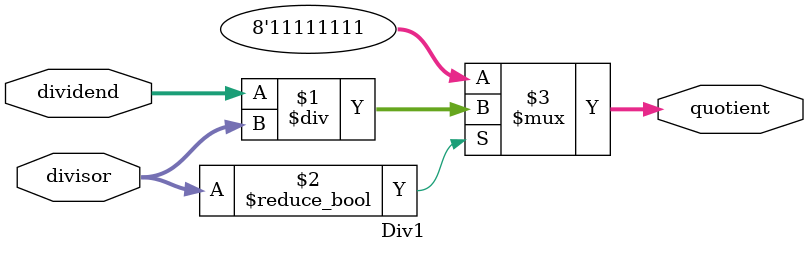
<source format=sv>
module Div1(input [7:0] dividend, divisor, output [7:0] quotient);
    assign quotient = divisor ? dividend / divisor : 8'hFF;
endmodule
</source>
